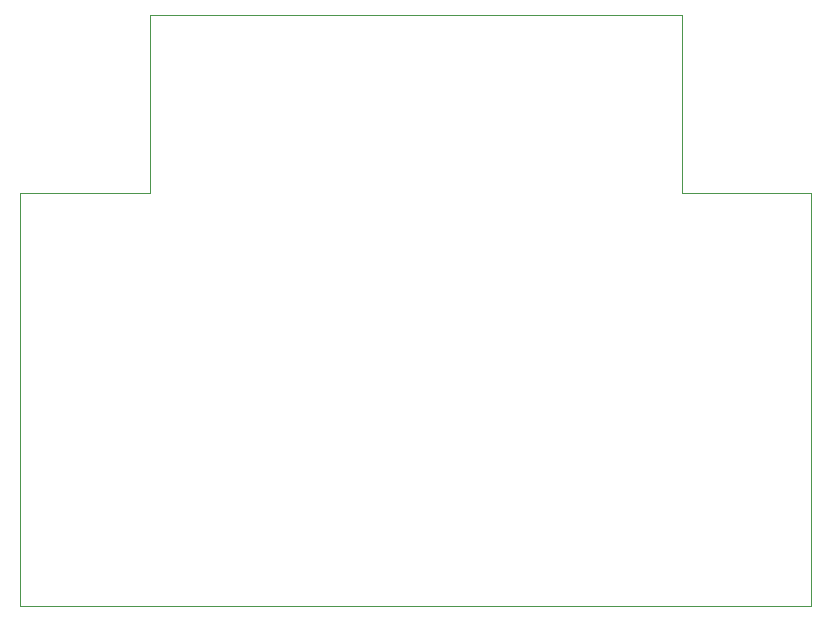
<source format=gbr>
%TF.GenerationSoftware,KiCad,Pcbnew,5.1.9+dfsg1-1*%
%TF.CreationDate,2021-05-21T09:37:11+02:00*%
%TF.ProjectId,vscp-din-m1-wireless-p1,76736370-2d64-4696-9e2d-6d312d776972,rev?*%
%TF.SameCoordinates,Original*%
%TF.FileFunction,Profile,NP*%
%FSLAX46Y46*%
G04 Gerber Fmt 4.6, Leading zero omitted, Abs format (unit mm)*
G04 Created by KiCad (PCBNEW 5.1.9+dfsg1-1) date 2021-05-21 09:37:11*
%MOMM*%
%LPD*%
G01*
G04 APERTURE LIST*
%TA.AperFunction,Profile*%
%ADD10C,0.050000*%
%TD*%
G04 APERTURE END LIST*
D10*
X70000000Y-85000000D02*
X70000000Y-120000000D01*
X81000000Y-85000000D02*
X70000000Y-85000000D01*
X81000000Y-81000000D02*
X81000000Y-85000000D01*
X81000000Y-70000000D02*
X81000000Y-81000000D01*
X126000000Y-70000000D02*
X81000000Y-70000000D01*
X126000000Y-85000000D02*
X126000000Y-70000000D01*
X137000000Y-85000000D02*
X126000000Y-85000000D01*
X137000000Y-120000000D02*
X137000000Y-85000000D01*
X70000000Y-120000000D02*
X137000000Y-120000000D01*
M02*

</source>
